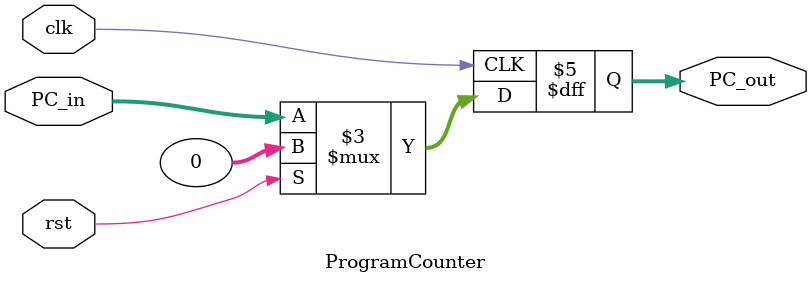
<source format=v>
`timescale 1ns / 1ps
module ProgramCounter #(parameter width=32)
(input clk, rst,
 input  [width-1:0] PC_in, 
 output reg [width-1:0] PC_out);

always @(posedge clk) begin
	if(rst) PC_out <= 0;
	else PC_out <= PC_in;
end
endmodule

</source>
